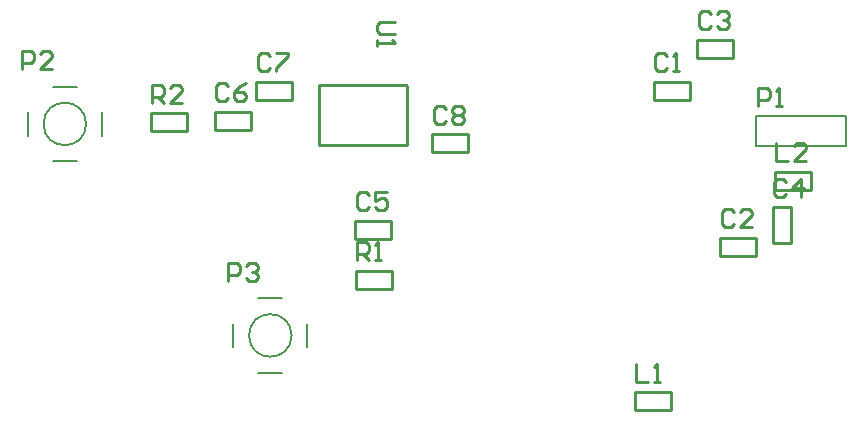
<source format=gto>
G04*
G04 #@! TF.GenerationSoftware,Altium Limited,Altium Designer,22.6.1 (34)*
G04*
G04 Layer_Color=65535*
%FSLAX44Y44*%
%MOMM*%
G71*
G04*
G04 #@! TF.SameCoordinates,4A2B6ED2-E769-494B-A906-BAD3D60E24F7*
G04*
G04*
G04 #@! TF.FilePolarity,Positive*
G04*
G01*
G75*
%ADD10C,0.2000*%
%ADD11C,0.2540*%
D10*
X559020Y981710D02*
G03*
X559020Y981710I-18000J0D01*
G01*
X385030Y1160780D02*
G03*
X385030Y1160780I-18000J0D01*
G01*
X531020Y1013210D02*
X551020D01*
X572520Y971710D02*
Y991710D01*
X531020Y950210D02*
X551020D01*
X509520Y971710D02*
Y991710D01*
X357030Y1192280D02*
X377030D01*
X398530Y1150780D02*
Y1170780D01*
X357030Y1129280D02*
X377030D01*
X335530Y1150780D02*
Y1170780D01*
X952500Y1141730D02*
X1028700D01*
Y1167130D01*
X952500D02*
X1028700D01*
X952500Y1141730D02*
Y1167130D01*
D11*
X582270Y1193800D02*
X655930D01*
X657200Y1192530D01*
Y1143000D02*
Y1192530D01*
X582270Y1143000D02*
X657200D01*
X582270D02*
Y1193800D01*
X678180Y1136650D02*
X708660D01*
Y1151890D01*
X678180D02*
X708660D01*
X678180Y1136650D02*
Y1151890D01*
X439810Y1169670D02*
X470290D01*
X439810Y1154430D02*
Y1169670D01*
Y1154430D02*
X470290D01*
Y1169670D01*
X613410Y1021080D02*
X643890D01*
Y1036320D01*
X613410D02*
X643890D01*
X613410Y1021080D02*
Y1036320D01*
X968130Y1120140D02*
X998610D01*
X968130Y1104900D02*
Y1120140D01*
Y1104900D02*
X998610D01*
Y1120140D01*
X849630Y918210D02*
X880110D01*
Y933450D01*
X849630D02*
X880110D01*
X849630Y918210D02*
Y933450D01*
X529200Y1181100D02*
X559680D01*
Y1196340D01*
X529200D02*
X559680D01*
X529200Y1181100D02*
Y1196340D01*
X494030Y1155700D02*
X524510D01*
Y1170940D01*
X494030D02*
X524510D01*
X494030Y1155700D02*
Y1170940D01*
X612775Y1063625D02*
X643255D01*
Y1078865D01*
X612775D02*
X643255D01*
X612775Y1063625D02*
Y1078865D01*
X981710Y1060060D02*
Y1090540D01*
X966470D02*
X981710D01*
X966470Y1060060D02*
Y1090540D01*
Y1060060D02*
X981710D01*
X902580Y1216660D02*
X933060D01*
Y1231900D01*
X902580D02*
X933060D01*
X902580Y1216660D02*
Y1231900D01*
X922020Y1064260D02*
X952500D01*
X922020Y1049020D02*
Y1064260D01*
Y1049020D02*
X952500D01*
Y1064260D01*
X865750Y1181100D02*
X896230D01*
Y1196340D01*
X865750D02*
X896230D01*
X865750Y1181100D02*
Y1196340D01*
X689607Y1173476D02*
X687067Y1176015D01*
X681989D01*
X679450Y1173476D01*
Y1163319D01*
X681989Y1160780D01*
X687067D01*
X689607Y1163319D01*
X694685Y1173476D02*
X697224Y1176015D01*
X702303D01*
X704842Y1173476D01*
Y1170937D01*
X702303Y1168398D01*
X704842Y1165858D01*
Y1163319D01*
X702303Y1160780D01*
X697224D01*
X694685Y1163319D01*
Y1165858D01*
X697224Y1168398D01*
X694685Y1170937D01*
Y1173476D01*
X697224Y1168398D02*
X702303D01*
X646428Y1247137D02*
X633732D01*
X631193Y1244597D01*
Y1239519D01*
X633732Y1236980D01*
X646428D01*
X631193Y1231902D02*
Y1226823D01*
Y1229362D01*
X646428D01*
X643888Y1231902D01*
X441198Y1178560D02*
Y1193795D01*
X448815D01*
X451355Y1191256D01*
Y1186178D01*
X448815Y1183638D01*
X441198D01*
X446276D02*
X451355Y1178560D01*
X466590D02*
X456433D01*
X466590Y1188717D01*
Y1191256D01*
X464051Y1193795D01*
X458972D01*
X456433Y1191256D01*
X614680Y1045210D02*
Y1060445D01*
X622298D01*
X624837Y1057906D01*
Y1052828D01*
X622298Y1050288D01*
X614680D01*
X619758D02*
X624837Y1045210D01*
X629915D02*
X634993D01*
X632454D01*
Y1060445D01*
X629915Y1057906D01*
X504952Y1027938D02*
Y1043173D01*
X512570D01*
X515109Y1040634D01*
Y1035555D01*
X512570Y1033016D01*
X504952D01*
X520187Y1040634D02*
X522726Y1043173D01*
X527805D01*
X530344Y1040634D01*
Y1038095D01*
X527805Y1035555D01*
X525265D01*
X527805D01*
X530344Y1033016D01*
Y1030477D01*
X527805Y1027938D01*
X522726D01*
X520187Y1030477D01*
X330962Y1207008D02*
Y1222243D01*
X338579D01*
X341119Y1219704D01*
Y1214625D01*
X338579Y1212086D01*
X330962D01*
X356354Y1207008D02*
X346197D01*
X356354Y1217165D01*
Y1219704D01*
X353815Y1222243D01*
X348736D01*
X346197Y1219704D01*
X954024Y1175766D02*
Y1191001D01*
X961641D01*
X964181Y1188462D01*
Y1183383D01*
X961641Y1180844D01*
X954024D01*
X969259Y1175766D02*
X974337D01*
X971798D01*
Y1191001D01*
X969259Y1188462D01*
X969518Y1144265D02*
Y1129030D01*
X979675D01*
X994910D02*
X984753D01*
X994910Y1139187D01*
Y1141726D01*
X992371Y1144265D01*
X987292D01*
X984753Y1141726D01*
X850900Y957575D02*
Y942340D01*
X861057D01*
X866135D02*
X871213D01*
X868674D01*
Y957575D01*
X866135Y955036D01*
X540509Y1217926D02*
X537970Y1220465D01*
X532891D01*
X530352Y1217926D01*
Y1207769D01*
X532891Y1205230D01*
X537970D01*
X540509Y1207769D01*
X545587Y1220465D02*
X555744D01*
Y1217926D01*
X545587Y1207769D01*
Y1205230D01*
X505457Y1192526D02*
X502918Y1195065D01*
X497839D01*
X495300Y1192526D01*
Y1182369D01*
X497839Y1179830D01*
X502918D01*
X505457Y1182369D01*
X520692Y1195065D02*
X515613Y1192526D01*
X510535Y1187448D01*
Y1182369D01*
X513074Y1179830D01*
X518153D01*
X520692Y1182369D01*
Y1184908D01*
X518153Y1187448D01*
X510535D01*
X624329Y1100324D02*
X621790Y1102863D01*
X616711D01*
X614172Y1100324D01*
Y1090167D01*
X616711Y1087628D01*
X621790D01*
X624329Y1090167D01*
X639564Y1102863D02*
X629407D01*
Y1095246D01*
X634485Y1097785D01*
X637025D01*
X639564Y1095246D01*
Y1090167D01*
X637025Y1087628D01*
X631946D01*
X629407Y1090167D01*
X977897Y1112008D02*
X975358Y1114547D01*
X970279D01*
X967740Y1112008D01*
Y1101851D01*
X970279Y1099312D01*
X975358D01*
X977897Y1101851D01*
X990593Y1099312D02*
Y1114547D01*
X982975Y1106929D01*
X993132D01*
X913889Y1253486D02*
X911349Y1256025D01*
X906271D01*
X903732Y1253486D01*
Y1243329D01*
X906271Y1240790D01*
X911349D01*
X913889Y1243329D01*
X918967Y1253486D02*
X921506Y1256025D01*
X926585D01*
X929124Y1253486D01*
Y1250947D01*
X926585Y1248408D01*
X924045D01*
X926585D01*
X929124Y1245868D01*
Y1243329D01*
X926585Y1240790D01*
X921506D01*
X918967Y1243329D01*
X933447Y1085846D02*
X930908Y1088385D01*
X925829D01*
X923290Y1085846D01*
Y1075689D01*
X925829Y1073150D01*
X930908D01*
X933447Y1075689D01*
X948682Y1073150D02*
X938525D01*
X948682Y1083307D01*
Y1085846D01*
X946143Y1088385D01*
X941064D01*
X938525Y1085846D01*
X877059Y1217926D02*
X874520Y1220465D01*
X869441D01*
X866902Y1217926D01*
Y1207769D01*
X869441Y1205230D01*
X874520D01*
X877059Y1207769D01*
X882137Y1205230D02*
X887215D01*
X884676D01*
Y1220465D01*
X882137Y1217926D01*
M02*

</source>
